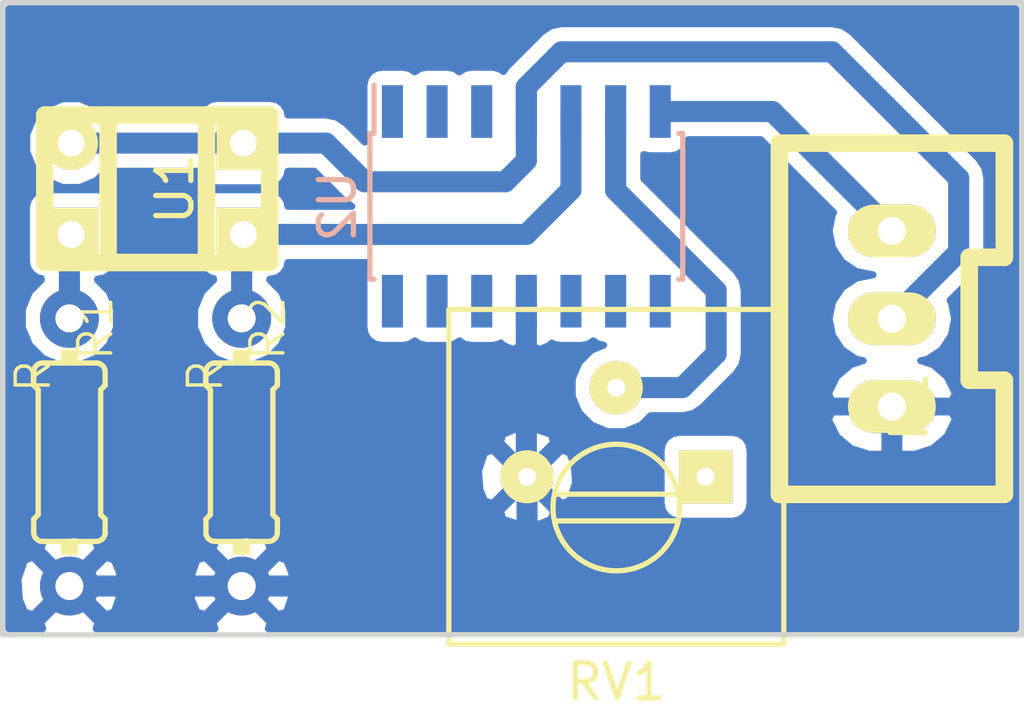
<source format=kicad_pcb>
(kicad_pcb (version 4) (host pcbnew 4.0.1-stable)

  (general
    (links 12)
    (no_connects 0)
    (area 11.689996 11.924999 41.150001 32.517)
    (thickness 1.6)
    (drawings 4)
    (tracks 38)
    (zones 0)
    (modules 6)
    (nets 7)
  )

  (page A4)
  (layers
    (0 F.Cu signal)
    (31 B.Cu signal)
    (32 B.Adhes user)
    (33 F.Adhes user)
    (34 B.Paste user)
    (35 F.Paste user)
    (36 B.SilkS user)
    (37 F.SilkS user)
    (38 B.Mask user)
    (39 F.Mask user)
    (40 Dwgs.User user)
    (41 Cmts.User user)
    (42 Eco1.User user)
    (43 Eco2.User user)
    (44 Edge.Cuts user)
    (45 Margin user)
    (46 B.CrtYd user)
    (47 F.CrtYd user)
    (48 B.Fab user)
    (49 F.Fab user)
  )

  (setup
    (last_trace_width 0.6)
    (user_trace_width 0.6)
    (trace_clearance 0.4)
    (zone_clearance 0)
    (zone_45_only no)
    (trace_min 0.2)
    (segment_width 0.2)
    (edge_width 0.15)
    (via_size 0.6)
    (via_drill 0.4)
    (via_min_size 0.4)
    (via_min_drill 0.3)
    (uvia_size 0.3)
    (uvia_drill 0.1)
    (uvias_allowed no)
    (uvia_min_size 0.2)
    (uvia_min_drill 0.1)
    (pcb_text_width 0.3)
    (pcb_text_size 1.5 1.5)
    (mod_edge_width 0.15)
    (mod_text_size 1 1)
    (mod_text_width 0.15)
    (pad_size 1.524 1.524)
    (pad_drill 0.762)
    (pad_to_mask_clearance 0.2)
    (aux_axis_origin 0 0)
    (visible_elements FFFFFF7F)
    (pcbplotparams
      (layerselection 0x01000_80000000)
      (usegerberextensions false)
      (excludeedgelayer true)
      (linewidth 0.100000)
      (plotframeref false)
      (viasonmask false)
      (mode 1)
      (useauxorigin false)
      (hpglpennumber 1)
      (hpglpenspeed 20)
      (hpglpendiameter 15)
      (hpglpenoverlay 2)
      (psnegative false)
      (psa4output false)
      (plotreference true)
      (plotvalue true)
      (plotinvisibletext false)
      (padsonsilk false)
      (subtractmaskfromsilk false)
      (outputformat 1)
      (mirror false)
      (drillshape 0)
      (scaleselection 1)
      (outputdirectory ""))
  )

  (net 0 "")
  (net 1 GND)
  (net 2 +5V)
  (net 3 "Net-(P1-Pad3)")
  (net 4 "Net-(R1-Pad1)")
  (net 5 "Net-(R2-Pad1)")
  (net 6 "Net-(RV1-Pad2)")

  (net_class Default "これは標準のネット クラスです。"
    (clearance 0.4)
    (trace_width 0.25)
    (via_dia 0.6)
    (via_drill 0.4)
    (uvia_dia 0.3)
    (uvia_drill 0.1)
    (add_net +5V)
    (add_net GND)
    (add_net "Net-(P1-Pad3)")
    (add_net "Net-(R1-Pad1)")
    (add_net "Net-(R2-Pad1)")
    (add_net "Net-(RV1-Pad2)")
  )

  (module RP_KiCAD_Connector:XA_3T (layer F.Cu) (tedit 56B54F5C) (tstamp 56BD8653)
    (at 37.3 23.5 90)
    (path /56BD8928)
    (fp_text reference P1 (at 0 0.5 90) (layer F.SilkS)
      (effects (font (size 1 1) (thickness 0.15)))
    )
    (fp_text value CONN_01X03 (at 0 -0.5 90) (layer F.Fab)
      (effects (font (size 1 1) (thickness 0.15)))
    )
    (fp_line (start 0.75 2.2) (end 4.25 2.2) (layer F.SilkS) (width 0.5))
    (fp_line (start 4.25 2.2) (end 4.25 3.2) (layer F.SilkS) (width 0.5))
    (fp_line (start 4.25 3.2) (end 7.5 3.2) (layer F.SilkS) (width 0.5))
    (fp_line (start -2.5 3.2) (end 0.75 3.2) (layer F.SilkS) (width 0.5))
    (fp_line (start 0.75 3.2) (end 0.75 2.2) (layer F.SilkS) (width 0.5))
    (fp_line (start -2.5 -3.2) (end 7.5 -3.2) (layer F.SilkS) (width 0.5))
    (fp_line (start 7.5 -3.2) (end 7.5 3.2) (layer F.SilkS) (width 0.5))
    (fp_line (start -2.5 -3.2) (end -2.5 3.2) (layer F.SilkS) (width 0.5))
    (pad 1 thru_hole oval (at 0 0 90) (size 1.5 2.5) (drill 0.8) (layers *.Cu *.Mask F.SilkS)
      (net 1 GND))
    (pad 2 thru_hole oval (at 2.5 0 90) (size 1.5 2.5) (drill 0.8) (layers *.Cu *.Mask F.SilkS)
      (net 2 +5V))
    (pad 3 thru_hole oval (at 5 0 90) (size 1.5 2.5) (drill 0.8) (layers *.Cu *.Mask F.SilkS)
      (net 3 "Net-(P1-Pad3)"))
    (model conn_XA/XA_3T.wrl
      (at (xyz 0.1 0 0))
      (scale (xyz 4 4 4))
      (rotate (xyz -90 0 0))
    )
  )

  (module RP_KiCAD_Libs:0204_2f7 (layer F.Cu) (tedit 0) (tstamp 56BD8659)
    (at 13.9 24.8 270)
    (descr "<b>RESISTOR</b><p>\ntype 0204, grid 7.5 mm")
    (path /56BD820F)
    (fp_text reference R1 (at -2.54 -1.2954 270) (layer F.SilkS)
      (effects (font (size 0.94107 0.94107) (thickness 0.09906)) (justify left bottom))
    )
    (fp_text value R (at -1.6256 0.4826 270) (layer F.SilkS)
      (effects (font (size 0.94107 0.94107) (thickness 0.09906)) (justify left bottom))
    )
    (fp_line (start 3.81 0) (end 2.921 0) (layer Dwgs.User) (width 0.508))
    (fp_line (start -3.81 0) (end -2.921 0) (layer Dwgs.User) (width 0.508))
    (fp_arc (start -2.286 -0.762) (end -2.54 -0.762) (angle 90) (layer F.SilkS) (width 0.1524))
    (fp_arc (start -2.286 0.762) (end -2.54 0.762) (angle -90) (layer F.SilkS) (width 0.1524))
    (fp_arc (start 2.286 0.762) (end 2.286 1.016) (angle -90) (layer F.SilkS) (width 0.1524))
    (fp_arc (start 2.286 -0.762) (end 2.286 -1.016) (angle 90) (layer F.SilkS) (width 0.1524))
    (fp_line (start -2.54 0.762) (end -2.54 -0.762) (layer F.SilkS) (width 0.1524))
    (fp_line (start -2.286 -1.016) (end -1.905 -1.016) (layer F.SilkS) (width 0.1524))
    (fp_line (start -1.778 -0.889) (end -1.905 -1.016) (layer F.SilkS) (width 0.1524))
    (fp_line (start -2.286 1.016) (end -1.905 1.016) (layer F.SilkS) (width 0.1524))
    (fp_line (start -1.778 0.889) (end -1.905 1.016) (layer F.SilkS) (width 0.1524))
    (fp_line (start 1.778 -0.889) (end 1.905 -1.016) (layer F.SilkS) (width 0.1524))
    (fp_line (start 1.778 -0.889) (end -1.778 -0.889) (layer F.SilkS) (width 0.1524))
    (fp_line (start 1.778 0.889) (end 1.905 1.016) (layer F.SilkS) (width 0.1524))
    (fp_line (start 1.778 0.889) (end -1.778 0.889) (layer F.SilkS) (width 0.1524))
    (fp_line (start 2.286 -1.016) (end 1.905 -1.016) (layer F.SilkS) (width 0.1524))
    (fp_line (start 2.286 1.016) (end 1.905 1.016) (layer F.SilkS) (width 0.1524))
    (fp_line (start 2.54 0.762) (end 2.54 -0.762) (layer F.SilkS) (width 0.1524))
    (fp_poly (pts (xy 2.54 0.254) (xy 2.921 0.254) (xy 2.921 -0.254) (xy 2.54 -0.254)) (layer F.SilkS) (width 0))
    (fp_poly (pts (xy -2.921 0.254) (xy -2.54 0.254) (xy -2.54 -0.254) (xy -2.921 -0.254)) (layer F.SilkS) (width 0))
    (pad 1 thru_hole circle (at -3.81 0 270) (size 1.6764 1.6764) (drill 0.8) (layers *.Cu *.Mask)
      (net 4 "Net-(R1-Pad1)"))
    (pad 2 thru_hole circle (at 3.81 0 270) (size 1.6764 1.6764) (drill 0.8) (layers *.Cu *.Mask)
      (net 1 GND))
    (model discret/resistors/horizontal/r_h_820R.wrl
      (at (xyz 0 0 0))
      (scale (xyz 0.3 0.3 0.3))
      (rotate (xyz 0 0 0))
    )
  )

  (module RP_KiCAD_Libs:0204_2f7 (layer F.Cu) (tedit 0) (tstamp 56BD865F)
    (at 18.8 24.8 270)
    (descr "<b>RESISTOR</b><p>\ntype 0204, grid 7.5 mm")
    (path /56BD79B7)
    (fp_text reference R2 (at -2.54 -1.2954 270) (layer F.SilkS)
      (effects (font (size 0.94107 0.94107) (thickness 0.09906)) (justify left bottom))
    )
    (fp_text value R (at -1.6256 0.4826 270) (layer F.SilkS)
      (effects (font (size 0.94107 0.94107) (thickness 0.09906)) (justify left bottom))
    )
    (fp_line (start 3.81 0) (end 2.921 0) (layer Dwgs.User) (width 0.508))
    (fp_line (start -3.81 0) (end -2.921 0) (layer Dwgs.User) (width 0.508))
    (fp_arc (start -2.286 -0.762) (end -2.54 -0.762) (angle 90) (layer F.SilkS) (width 0.1524))
    (fp_arc (start -2.286 0.762) (end -2.54 0.762) (angle -90) (layer F.SilkS) (width 0.1524))
    (fp_arc (start 2.286 0.762) (end 2.286 1.016) (angle -90) (layer F.SilkS) (width 0.1524))
    (fp_arc (start 2.286 -0.762) (end 2.286 -1.016) (angle 90) (layer F.SilkS) (width 0.1524))
    (fp_line (start -2.54 0.762) (end -2.54 -0.762) (layer F.SilkS) (width 0.1524))
    (fp_line (start -2.286 -1.016) (end -1.905 -1.016) (layer F.SilkS) (width 0.1524))
    (fp_line (start -1.778 -0.889) (end -1.905 -1.016) (layer F.SilkS) (width 0.1524))
    (fp_line (start -2.286 1.016) (end -1.905 1.016) (layer F.SilkS) (width 0.1524))
    (fp_line (start -1.778 0.889) (end -1.905 1.016) (layer F.SilkS) (width 0.1524))
    (fp_line (start 1.778 -0.889) (end 1.905 -1.016) (layer F.SilkS) (width 0.1524))
    (fp_line (start 1.778 -0.889) (end -1.778 -0.889) (layer F.SilkS) (width 0.1524))
    (fp_line (start 1.778 0.889) (end 1.905 1.016) (layer F.SilkS) (width 0.1524))
    (fp_line (start 1.778 0.889) (end -1.778 0.889) (layer F.SilkS) (width 0.1524))
    (fp_line (start 2.286 -1.016) (end 1.905 -1.016) (layer F.SilkS) (width 0.1524))
    (fp_line (start 2.286 1.016) (end 1.905 1.016) (layer F.SilkS) (width 0.1524))
    (fp_line (start 2.54 0.762) (end 2.54 -0.762) (layer F.SilkS) (width 0.1524))
    (fp_poly (pts (xy 2.54 0.254) (xy 2.921 0.254) (xy 2.921 -0.254) (xy 2.54 -0.254)) (layer F.SilkS) (width 0))
    (fp_poly (pts (xy -2.921 0.254) (xy -2.54 0.254) (xy -2.54 -0.254) (xy -2.921 -0.254)) (layer F.SilkS) (width 0))
    (pad 1 thru_hole circle (at -3.81 0 270) (size 1.6764 1.6764) (drill 0.8) (layers *.Cu *.Mask)
      (net 5 "Net-(R2-Pad1)"))
    (pad 2 thru_hole circle (at 3.81 0 270) (size 1.6764 1.6764) (drill 0.8) (layers *.Cu *.Mask)
      (net 1 GND))
    (model discret/resistors/horizontal/r_h_820R.wrl
      (at (xyz 0 0 0))
      (scale (xyz 0.3 0.3 0.3))
      (rotate (xyz 0 0 0))
    )
  )

  (module Potentiometers:Potentiometer_Trimmer-Suntan-TSR-3386P (layer F.Cu) (tedit 53F6A994) (tstamp 56BD8666)
    (at 32 25.5 180)
    (path /56BD7FDA)
    (fp_text reference RV1 (at 2.54 -5.842 180) (layer F.SilkS)
      (effects (font (size 1 1) (thickness 0.15)))
    )
    (fp_text value POT (at 2.54 6.096 180) (layer F.Fab)
      (effects (font (size 1 1) (thickness 0.15)))
    )
    (fp_line (start 0.84 -1.255) (end 4.24 -1.255) (layer F.SilkS) (width 0.15))
    (fp_line (start 0.84 -0.495) (end 4.24 -0.495) (layer F.SilkS) (width 0.15))
    (fp_line (start -2.225 -4.765) (end 7.305 -4.765) (layer F.SilkS) (width 0.15))
    (fp_line (start 7.305 -4.765) (end 7.305 4.765) (layer F.SilkS) (width 0.15))
    (fp_line (start 7.305 4.765) (end -2.225 4.765) (layer F.SilkS) (width 0.15))
    (fp_line (start -2.225 4.765) (end -2.225 -4.765) (layer F.SilkS) (width 0.15))
    (fp_circle (center 2.54 -0.875) (end 4.115 0) (layer F.SilkS) (width 0.15))
    (pad 3 thru_hole circle (at 5.08 0 180) (size 1.51 1.51) (drill 0.51) (layers *.Cu *.Mask F.SilkS)
      (net 1 GND))
    (pad 1 thru_hole rect (at 0 0 180) (size 1.51 1.51) (drill 0.51) (layers *.Cu *.Mask F.SilkS))
    (pad 2 thru_hole circle (at 2.54 2.54 180) (size 1.51 1.51) (drill 0.51) (layers *.Cu *.Mask F.SilkS)
      (net 6 "Net-(RV1-Pad2)"))
  )

  (module Opto-Devices:Photointerrupter_64x42 (layer F.Cu) (tedit 56BD85F8) (tstamp 56BD8674)
    (at 16.4 17.3 90)
    (path /56BD8E01)
    (fp_text reference U1 (at 0 0.5 90) (layer F.SilkS)
      (effects (font (size 1 1) (thickness 0.15)))
    )
    (fp_text value FODM3011 (at 0 -0.5 90) (layer F.Fab)
      (effects (font (size 1 1) (thickness 0.15)))
    )
    (fp_line (start -2.1 1.4) (end 2.1 1.4) (layer F.SilkS) (width 0.5))
    (fp_line (start -2.1 -1.4) (end 2.1 -1.4) (layer F.SilkS) (width 0.5))
    (fp_line (start -2.1 -3.2) (end -2.1 3.2) (layer F.SilkS) (width 0.5))
    (fp_line (start -2.1 3.2) (end 2.1 3.2) (layer F.SilkS) (width 0.5))
    (fp_line (start 2.1 3.2) (end 2.1 -3.2) (layer F.SilkS) (width 0.5))
    (fp_line (start 2.1 -3.2) (end -2.1 -3.2) (layer F.SilkS) (width 0.5))
    (pad 1 thru_hole circle (at 1.3 -2.45 90) (size 1.524 1.524) (drill 0.762) (layers *.Cu *.Mask F.SilkS)
      (net 2 +5V))
    (pad 2 thru_hole rect (at -1.3 -2.45 90) (size 1.524 1.524) (drill 0.762) (layers *.Cu *.Mask F.SilkS)
      (net 4 "Net-(R1-Pad1)"))
    (pad 3 thru_hole rect (at -1.3 2.45 90) (size 1.524 1.524) (drill 0.762) (layers *.Cu *.Mask F.SilkS)
      (net 5 "Net-(R2-Pad1)"))
    (pad 4 thru_hole rect (at 1.3 2.45 90) (size 1.524 1.524) (drill 0.762) (layers *.Cu *.Mask F.SilkS)
      (net 2 +5V))
  )

  (module Housings_SOIC:SOIC-14_3.9x8.7mm_Pitch1.27mm (layer B.Cu) (tedit 54130A77) (tstamp 56BD8686)
    (at 26.9 17.8 270)
    (descr "14-Lead Plastic Small Outline (SL) - Narrow, 3.90 mm Body [SOIC] (see Microchip Packaging Specification 00000049BS.pdf)")
    (tags "SOIC 1.27")
    (path /56BD7A35)
    (attr smd)
    (fp_text reference U2 (at 0 5.375 270) (layer B.SilkS)
      (effects (font (size 1 1) (thickness 0.15)) (justify mirror))
    )
    (fp_text value LM324 (at 0 -5.375 270) (layer B.Fab)
      (effects (font (size 1 1) (thickness 0.15)) (justify mirror))
    )
    (fp_line (start -3.7 4.65) (end -3.7 -4.65) (layer B.CrtYd) (width 0.05))
    (fp_line (start 3.7 4.65) (end 3.7 -4.65) (layer B.CrtYd) (width 0.05))
    (fp_line (start -3.7 4.65) (end 3.7 4.65) (layer B.CrtYd) (width 0.05))
    (fp_line (start -3.7 -4.65) (end 3.7 -4.65) (layer B.CrtYd) (width 0.05))
    (fp_line (start -2.075 4.45) (end -2.075 4.335) (layer B.SilkS) (width 0.15))
    (fp_line (start 2.075 4.45) (end 2.075 4.335) (layer B.SilkS) (width 0.15))
    (fp_line (start 2.075 -4.45) (end 2.075 -4.335) (layer B.SilkS) (width 0.15))
    (fp_line (start -2.075 -4.45) (end -2.075 -4.335) (layer B.SilkS) (width 0.15))
    (fp_line (start -2.075 4.45) (end 2.075 4.45) (layer B.SilkS) (width 0.15))
    (fp_line (start -2.075 -4.45) (end 2.075 -4.45) (layer B.SilkS) (width 0.15))
    (fp_line (start -2.075 4.335) (end -3.45 4.335) (layer B.SilkS) (width 0.15))
    (pad 1 smd rect (at -2.7 3.81 270) (size 1.5 0.6) (layers B.Cu B.Paste B.Mask))
    (pad 2 smd rect (at -2.7 2.54 270) (size 1.5 0.6) (layers B.Cu B.Paste B.Mask))
    (pad 3 smd rect (at -2.7 1.27 270) (size 1.5 0.6) (layers B.Cu B.Paste B.Mask))
    (pad 4 smd rect (at -2.7 0 270) (size 1.5 0.6) (layers B.Cu B.Paste B.Mask)
      (net 2 +5V))
    (pad 5 smd rect (at -2.7 -1.27 270) (size 1.5 0.6) (layers B.Cu B.Paste B.Mask)
      (net 5 "Net-(R2-Pad1)"))
    (pad 6 smd rect (at -2.7 -2.54 270) (size 1.5 0.6) (layers B.Cu B.Paste B.Mask)
      (net 6 "Net-(RV1-Pad2)"))
    (pad 7 smd rect (at -2.7 -3.81 270) (size 1.5 0.6) (layers B.Cu B.Paste B.Mask)
      (net 3 "Net-(P1-Pad3)"))
    (pad 8 smd rect (at 2.7 -3.81 270) (size 1.5 0.6) (layers B.Cu B.Paste B.Mask))
    (pad 9 smd rect (at 2.7 -2.54 270) (size 1.5 0.6) (layers B.Cu B.Paste B.Mask))
    (pad 10 smd rect (at 2.7 -1.27 270) (size 1.5 0.6) (layers B.Cu B.Paste B.Mask))
    (pad 11 smd rect (at 2.7 0 270) (size 1.5 0.6) (layers B.Cu B.Paste B.Mask)
      (net 1 GND))
    (pad 12 smd rect (at 2.7 1.27 270) (size 1.5 0.6) (layers B.Cu B.Paste B.Mask))
    (pad 13 smd rect (at 2.7 2.54 270) (size 1.5 0.6) (layers B.Cu B.Paste B.Mask))
    (pad 14 smd rect (at 2.7 3.81 270) (size 1.5 0.6) (layers B.Cu B.Paste B.Mask))
    (model Housings_SOIC.3dshapes/SOIC-14_3.9x8.7mm_Pitch1.27mm.wrl
      (at (xyz 0 0 0))
      (scale (xyz 1 1 1))
      (rotate (xyz 0 0 0))
    )
  )

  (gr_line (start 41 30) (end 41 12) (angle 90) (layer Edge.Cuts) (width 0.15))
  (gr_line (start 12 30) (end 41 30) (angle 90) (layer Edge.Cuts) (width 0.15))
  (gr_line (start 12 12) (end 12 30) (angle 90) (layer Edge.Cuts) (width 0.15))
  (gr_line (start 41 12) (end 12 12) (angle 90) (layer Edge.Cuts) (width 0.15))

  (segment (start 26.92 25.5) (end 26.92 28.61) (width 0.6) (layer B.Cu) (net 1))
  (segment (start 26.9 28.6) (end 26.9 28.61) (width 0.6) (layer B.Cu) (net 1) (tstamp 56BD884C))
  (segment (start 26.91 28.6) (end 26.9 28.6) (width 0.6) (layer B.Cu) (net 1) (tstamp 56BD884B))
  (segment (start 26.92 28.61) (end 26.91 28.6) (width 0.6) (layer B.Cu) (net 1) (tstamp 56BD884A))
  (segment (start 13.9 28.61) (end 18.8 28.61) (width 0.6) (layer B.Cu) (net 1))
  (segment (start 37.3 23.5) (end 37.3 25.7) (width 0.6) (layer B.Cu) (net 1))
  (segment (start 37.3 25.7) (end 34.39 28.61) (width 0.6) (layer B.Cu) (net 1) (tstamp 56BD8843))
  (segment (start 34.39 28.61) (end 26.9 28.61) (width 0.6) (layer B.Cu) (net 1) (tstamp 56BD8844))
  (segment (start 26.9 28.61) (end 18.8 28.61) (width 0.6) (layer B.Cu) (net 1) (tstamp 56BD884D))
  (segment (start 26.9 20.5) (end 26.9 25.48) (width 0.6) (layer B.Cu) (net 1))
  (segment (start 26.9 25.48) (end 26.92 25.5) (width 0.6) (layer B.Cu) (net 1) (tstamp 56BD8836))
  (segment (start 26.9 15.1) (end 26.9 14.4) (width 0.6) (layer B.Cu) (net 2))
  (segment (start 39.2 19.1) (end 37.3 21) (width 0.6) (layer B.Cu) (net 2) (tstamp 56BD8863))
  (segment (start 39.2 17) (end 39.2 19.1) (width 0.6) (layer B.Cu) (net 2) (tstamp 56BD8862))
  (segment (start 35.6 13.4) (end 39.2 17) (width 0.6) (layer B.Cu) (net 2) (tstamp 56BD8860))
  (segment (start 27.9 13.4) (end 35.6 13.4) (width 0.6) (layer B.Cu) (net 2) (tstamp 56BD885F))
  (segment (start 26.9 14.4) (end 27.9 13.4) (width 0.6) (layer B.Cu) (net 2) (tstamp 56BD885E))
  (segment (start 18.85 16) (end 21.2 16) (width 0.6) (layer B.Cu) (net 2))
  (segment (start 26.9 16.5) (end 26.9 15.1) (width 0.6) (layer B.Cu) (net 2) (tstamp 56BD885B))
  (segment (start 26.3 17.1) (end 26.9 16.5) (width 0.6) (layer B.Cu) (net 2) (tstamp 56BD885A))
  (segment (start 22.3 17.1) (end 26.3 17.1) (width 0.6) (layer B.Cu) (net 2) (tstamp 56BD8859))
  (segment (start 21.2 16) (end 22.3 17.1) (width 0.6) (layer B.Cu) (net 2) (tstamp 56BD8858))
  (segment (start 13.95 16) (end 18.85 16) (width 0.6) (layer B.Cu) (net 2))
  (segment (start 26.9 15.1) (end 26.9 15.8) (width 0.25) (layer B.Cu) (net 2))
  (segment (start 30.71 15.1) (end 33.9 15.1) (width 0.6) (layer B.Cu) (net 3))
  (segment (start 33.9 15.1) (end 37.3 18.5) (width 0.6) (layer B.Cu) (net 3) (tstamp 56BD883F))
  (segment (start 13.9 20.99) (end 13.9 18.65) (width 0.6) (layer B.Cu) (net 4))
  (segment (start 13.9 18.65) (end 13.95 18.6) (width 0.6) (layer B.Cu) (net 4) (tstamp 56BD884F))
  (segment (start 18.85 18.6) (end 26.9 18.6) (width 0.6) (layer B.Cu) (net 5))
  (segment (start 28.17 17.33) (end 28.17 15.1) (width 0.6) (layer B.Cu) (net 5) (tstamp 56BD8874))
  (segment (start 26.9 18.6) (end 28.17 17.33) (width 0.6) (layer B.Cu) (net 5) (tstamp 56BD8873))
  (segment (start 18.8 20.99) (end 18.8 18.65) (width 0.6) (layer B.Cu) (net 5))
  (segment (start 18.8 18.65) (end 18.85 18.6) (width 0.6) (layer B.Cu) (net 5) (tstamp 56BD8852))
  (segment (start 29.46 22.96) (end 31.34 22.96) (width 0.6) (layer B.Cu) (net 6))
  (segment (start 29.44 17.34) (end 29.44 15.1) (width 0.6) (layer B.Cu) (net 6) (tstamp 56BD883C))
  (segment (start 32.3 20.2) (end 29.44 17.34) (width 0.6) (layer B.Cu) (net 6) (tstamp 56BD883B))
  (segment (start 32.3 22) (end 32.3 20.2) (width 0.6) (layer B.Cu) (net 6) (tstamp 56BD883A))
  (segment (start 31.34 22.96) (end 32.3 22) (width 0.6) (layer B.Cu) (net 6) (tstamp 56BD8839))

  (zone (net 1) (net_name GND) (layer B.Cu) (tstamp 56BD887B) (hatch edge 0.508)
    (connect_pads (clearance 0))
    (min_thickness 0.2)
    (fill yes (arc_segments 16) (thermal_gap 0.508) (thermal_bridge_width 0.508))
    (polygon
      (pts
        (xy 41 30) (xy 12 30) (xy 12 12) (xy 41 12) (xy 41 30)
      )
    )
    (filled_polygon
      (pts
        (xy 40.825 29.825) (xy 19.558743 29.825) (xy 19.619916 29.647705) (xy 18.8 28.827789) (xy 17.980084 29.647705)
        (xy 18.041257 29.825) (xy 14.658743 29.825) (xy 14.719916 29.647705) (xy 13.9 28.827789) (xy 13.080084 29.647705)
        (xy 13.141257 29.825) (xy 12.175 29.825) (xy 12.175 28.417405) (xy 12.4381 28.417405) (xy 12.475677 28.99151)
        (xy 12.623083 29.34738) (xy 12.862295 29.429916) (xy 13.682211 28.61) (xy 14.117789 28.61) (xy 14.937705 29.429916)
        (xy 15.176917 29.34738) (xy 15.3619 28.802595) (xy 15.336689 28.417405) (xy 17.3381 28.417405) (xy 17.375677 28.99151)
        (xy 17.523083 29.34738) (xy 17.762295 29.429916) (xy 18.582211 28.61) (xy 19.017789 28.61) (xy 19.837705 29.429916)
        (xy 20.076917 29.34738) (xy 20.2619 28.802595) (xy 20.224323 28.22849) (xy 20.076917 27.87262) (xy 19.837705 27.790084)
        (xy 19.017789 28.61) (xy 18.582211 28.61) (xy 17.762295 27.790084) (xy 17.523083 27.87262) (xy 17.3381 28.417405)
        (xy 15.336689 28.417405) (xy 15.324323 28.22849) (xy 15.176917 27.87262) (xy 14.937705 27.790084) (xy 14.117789 28.61)
        (xy 13.682211 28.61) (xy 12.862295 27.790084) (xy 12.623083 27.87262) (xy 12.4381 28.417405) (xy 12.175 28.417405)
        (xy 12.175 27.572295) (xy 13.080084 27.572295) (xy 13.9 28.392211) (xy 14.719916 27.572295) (xy 17.980084 27.572295)
        (xy 18.8 28.392211) (xy 19.619916 27.572295) (xy 19.53738 27.333083) (xy 18.992595 27.1481) (xy 18.41849 27.185677)
        (xy 18.06262 27.333083) (xy 17.980084 27.572295) (xy 14.719916 27.572295) (xy 14.63738 27.333083) (xy 14.092595 27.1481)
        (xy 13.51849 27.185677) (xy 13.16262 27.333083) (xy 13.080084 27.572295) (xy 12.175 27.572295) (xy 12.175 26.477282)
        (xy 26.160507 26.477282) (xy 26.232773 26.707888) (xy 26.747324 26.878934) (xy 27.288163 26.840049) (xy 27.607227 26.707888)
        (xy 27.679493 26.477282) (xy 26.92 25.717789) (xy 26.160507 26.477282) (xy 12.175 26.477282) (xy 12.175 25.327324)
        (xy 25.541066 25.327324) (xy 25.579951 25.868163) (xy 25.712112 26.187227) (xy 25.942718 26.259493) (xy 26.702211 25.5)
        (xy 27.137789 25.5) (xy 27.897282 26.259493) (xy 28.127888 26.187227) (xy 28.298934 25.672676) (xy 28.260049 25.131837)
        (xy 28.127888 24.812773) (xy 27.91162 24.745) (xy 30.735205 24.745) (xy 30.735205 26.255) (xy 30.770069 26.440289)
        (xy 30.879575 26.610465) (xy 31.046661 26.72463) (xy 31.245 26.764795) (xy 32.755 26.764795) (xy 32.940289 26.729931)
        (xy 33.110465 26.620425) (xy 33.22463 26.453339) (xy 33.264795 26.255) (xy 33.264795 24.745) (xy 33.229931 24.559711)
        (xy 33.120425 24.389535) (xy 32.953339 24.27537) (xy 32.755 24.235205) (xy 31.245 24.235205) (xy 31.059711 24.270069)
        (xy 30.889535 24.379575) (xy 30.77537 24.546661) (xy 30.735205 24.745) (xy 27.91162 24.745) (xy 27.897282 24.740507)
        (xy 27.137789 25.5) (xy 26.702211 25.5) (xy 25.942718 24.740507) (xy 25.712112 24.812773) (xy 25.541066 25.327324)
        (xy 12.175 25.327324) (xy 12.175 24.522718) (xy 26.160507 24.522718) (xy 26.92 25.282211) (xy 27.679493 24.522718)
        (xy 27.607227 24.292112) (xy 27.092676 24.121066) (xy 26.551837 24.159951) (xy 26.232773 24.292112) (xy 26.160507 24.522718)
        (xy 12.175 24.522718) (xy 12.175 21.255017) (xy 12.561568 21.255017) (xy 12.764868 21.747039) (xy 13.140981 22.123809)
        (xy 13.632648 22.327967) (xy 14.165017 22.328432) (xy 14.657039 22.125132) (xy 15.033809 21.749019) (xy 15.237967 21.257352)
        (xy 15.238432 20.724983) (xy 15.035132 20.232961) (xy 14.7 19.897244) (xy 14.7 19.871795) (xy 14.712 19.871795)
        (xy 14.897289 19.836931) (xy 15.067465 19.727425) (xy 15.18163 19.560339) (xy 15.221795 19.362) (xy 15.221795 17.838)
        (xy 15.186931 17.652711) (xy 15.077425 17.482535) (xy 14.910339 17.36837) (xy 14.712 17.328205) (xy 13.188 17.328205)
        (xy 13.002711 17.363069) (xy 12.832535 17.472575) (xy 12.71837 17.639661) (xy 12.678205 17.838) (xy 12.678205 19.362)
        (xy 12.713069 19.547289) (xy 12.822575 19.717465) (xy 12.989661 19.83163) (xy 13.1 19.853974) (xy 13.1 19.897754)
        (xy 12.766191 20.230981) (xy 12.562033 20.722648) (xy 12.561568 21.255017) (xy 12.175 21.255017) (xy 12.175 16.249926)
        (xy 12.687781 16.249926) (xy 12.879505 16.713932) (xy 13.234201 17.069248) (xy 13.697871 17.26178) (xy 14.199926 17.262219)
        (xy 14.663932 17.070495) (xy 14.9349 16.8) (xy 17.585355 16.8) (xy 17.613069 16.947289) (xy 17.722575 17.117465)
        (xy 17.889661 17.23163) (xy 18.088 17.271795) (xy 19.612 17.271795) (xy 19.797289 17.236931) (xy 19.967465 17.127425)
        (xy 20.08163 16.960339) (xy 20.1141 16.8) (xy 20.86863 16.8) (xy 21.734315 17.665685) (xy 21.93533 17.8)
        (xy 20.114645 17.8) (xy 20.086931 17.652711) (xy 19.977425 17.482535) (xy 19.810339 17.36837) (xy 19.612 17.328205)
        (xy 18.088 17.328205) (xy 17.902711 17.363069) (xy 17.732535 17.472575) (xy 17.61837 17.639661) (xy 17.578205 17.838)
        (xy 17.578205 19.362) (xy 17.613069 19.547289) (xy 17.722575 19.717465) (xy 17.889661 19.83163) (xy 18 19.853974)
        (xy 18 19.897754) (xy 17.666191 20.230981) (xy 17.462033 20.722648) (xy 17.461568 21.255017) (xy 17.664868 21.747039)
        (xy 18.040981 22.123809) (xy 18.532648 22.327967) (xy 19.065017 22.328432) (xy 19.557039 22.125132) (xy 19.933809 21.749019)
        (xy 20.137967 21.257352) (xy 20.138432 20.724983) (xy 19.935132 20.232961) (xy 19.6 19.897244) (xy 19.6 19.871795)
        (xy 19.612 19.871795) (xy 19.797289 19.836931) (xy 19.967465 19.727425) (xy 20.08163 19.560339) (xy 20.1141 19.4)
        (xy 22.423996 19.4) (xy 22.32037 19.551661) (xy 22.280205 19.75) (xy 22.280205 21.25) (xy 22.315069 21.435289)
        (xy 22.424575 21.605465) (xy 22.591661 21.71963) (xy 22.79 21.759795) (xy 23.39 21.759795) (xy 23.575289 21.724931)
        (xy 23.726764 21.627459) (xy 23.861661 21.71963) (xy 24.06 21.759795) (xy 24.66 21.759795) (xy 24.845289 21.724931)
        (xy 24.996764 21.627459) (xy 25.131661 21.71963) (xy 25.33 21.759795) (xy 25.93 21.759795) (xy 26.115289 21.724931)
        (xy 26.176014 21.685856) (xy 26.255596 21.765438) (xy 26.479062 21.858) (xy 26.598 21.858) (xy 26.75 21.706)
        (xy 26.75 20.654) (xy 26.726 20.654) (xy 26.726 20.346) (xy 26.75 20.346) (xy 26.75 20.326)
        (xy 27.05 20.326) (xy 27.05 20.346) (xy 27.074 20.346) (xy 27.074 20.654) (xy 27.05 20.654)
        (xy 27.05 21.706) (xy 27.202 21.858) (xy 27.320938 21.858) (xy 27.544404 21.765438) (xy 27.623274 21.686568)
        (xy 27.671661 21.71963) (xy 27.87 21.759795) (xy 28.47 21.759795) (xy 28.655289 21.724931) (xy 28.806764 21.627459)
        (xy 28.941661 21.71963) (xy 29.098607 21.751413) (xy 28.750028 21.895442) (xy 28.396683 22.248171) (xy 28.205218 22.70927)
        (xy 28.204783 23.20854) (xy 28.395442 23.669972) (xy 28.748171 24.023317) (xy 29.20927 24.214782) (xy 29.70854 24.215217)
        (xy 30.169972 24.024558) (xy 30.331639 23.863172) (xy 35.491462 23.863172) (xy 35.730854 24.351356) (xy 36.138038 24.695695)
        (xy 36.646 24.858) (xy 37.146 24.858) (xy 37.146 23.654) (xy 37.454 23.654) (xy 37.454 24.858)
        (xy 37.954 24.858) (xy 38.461962 24.695695) (xy 38.869146 24.351356) (xy 39.108538 23.863172) (xy 38.996127 23.654)
        (xy 37.454 23.654) (xy 37.146 23.654) (xy 35.603873 23.654) (xy 35.491462 23.863172) (xy 30.331639 23.863172)
        (xy 30.434992 23.76) (xy 31.34 23.76) (xy 31.646147 23.699104) (xy 31.905685 23.525685) (xy 32.865685 22.565685)
        (xy 33.039104 22.306147) (xy 33.068174 22.16) (xy 33.1 22) (xy 33.1 20.2) (xy 33.039104 19.893853)
        (xy 32.9279 19.727425) (xy 32.865686 19.634315) (xy 30.24 17.00863) (xy 30.24 16.325369) (xy 30.41 16.359795)
        (xy 31.01 16.359795) (xy 31.195289 16.324931) (xy 31.365465 16.215425) (xy 31.47963 16.048339) (xy 31.50967 15.9)
        (xy 33.56863 15.9) (xy 35.642673 17.974044) (xy 35.610866 18.021646) (xy 35.515715 18.5) (xy 35.610866 18.978354)
        (xy 35.881832 19.383883) (xy 36.287361 19.654849) (xy 36.765715 19.75) (xy 36.287361 19.845151) (xy 35.881832 20.116117)
        (xy 35.610866 20.521646) (xy 35.515715 21) (xy 35.610866 21.478354) (xy 35.881832 21.883883) (xy 36.287361 22.154849)
        (xy 36.483613 22.193886) (xy 36.138038 22.304305) (xy 35.730854 22.648644) (xy 35.491462 23.136828) (xy 35.603873 23.346)
        (xy 37.146 23.346) (xy 37.146 23.326) (xy 37.454 23.326) (xy 37.454 23.346) (xy 38.996127 23.346)
        (xy 39.108538 23.136828) (xy 38.869146 22.648644) (xy 38.461962 22.304305) (xy 38.116387 22.193886) (xy 38.312639 22.154849)
        (xy 38.718168 21.883883) (xy 38.989134 21.478354) (xy 39.084285 21) (xy 38.989134 20.521646) (xy 38.957327 20.474044)
        (xy 39.765686 19.665685) (xy 39.939104 19.406147) (xy 40 19.1) (xy 40 17) (xy 39.939104 16.693853)
        (xy 39.87031 16.590896) (xy 39.765686 16.434315) (xy 36.165685 12.834315) (xy 35.906147 12.660896) (xy 35.6 12.6)
        (xy 27.9 12.6) (xy 27.593853 12.660896) (xy 27.334315 12.834314) (xy 26.334315 13.834315) (xy 26.248625 13.962558)
        (xy 26.128339 13.88037) (xy 25.93 13.840205) (xy 25.33 13.840205) (xy 25.144711 13.875069) (xy 24.993236 13.972541)
        (xy 24.858339 13.88037) (xy 24.66 13.840205) (xy 24.06 13.840205) (xy 23.874711 13.875069) (xy 23.723236 13.972541)
        (xy 23.588339 13.88037) (xy 23.39 13.840205) (xy 22.79 13.840205) (xy 22.604711 13.875069) (xy 22.434535 13.984575)
        (xy 22.32037 14.151661) (xy 22.280205 14.35) (xy 22.280205 15.85) (xy 22.303112 15.971742) (xy 21.765685 15.434315)
        (xy 21.506147 15.260896) (xy 21.2 15.2) (xy 20.114645 15.2) (xy 20.086931 15.052711) (xy 19.977425 14.882535)
        (xy 19.810339 14.76837) (xy 19.612 14.728205) (xy 18.088 14.728205) (xy 17.902711 14.763069) (xy 17.732535 14.872575)
        (xy 17.61837 15.039661) (xy 17.5859 15.2) (xy 14.934577 15.2) (xy 14.665799 14.930752) (xy 14.202129 14.73822)
        (xy 13.700074 14.737781) (xy 13.236068 14.929505) (xy 12.880752 15.284201) (xy 12.68822 15.747871) (xy 12.687781 16.249926)
        (xy 12.175 16.249926) (xy 12.175 12.175) (xy 40.825 12.175)
      )
    )
  )
)

</source>
